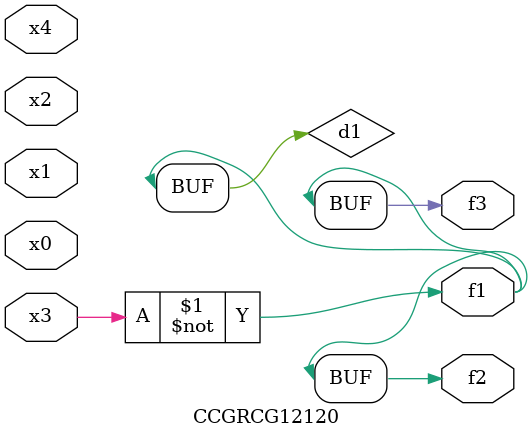
<source format=v>
module CCGRCG12120(
	input x0, x1, x2, x3, x4,
	output f1, f2, f3
);

	wire d1, d2;

	xnor (d1, x3);
	not (d2, x1);
	assign f1 = d1;
	assign f2 = d1;
	assign f3 = d1;
endmodule

</source>
